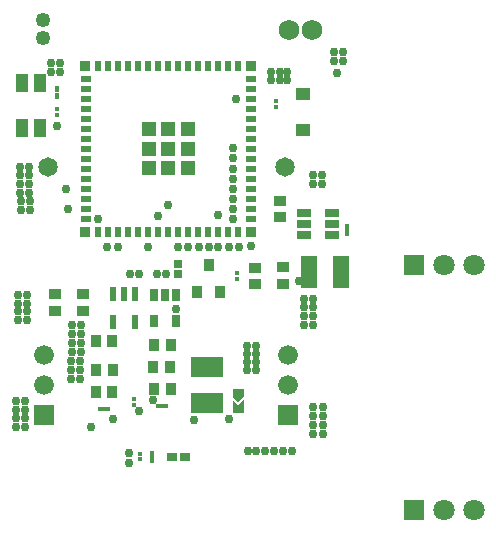
<source format=gbs>
G04*
G04 #@! TF.GenerationSoftware,Altium Limited,Altium Designer,24.2.2 (26)*
G04*
G04 Layer_Color=16711935*
%FSLAX44Y44*%
%MOMM*%
G71*
G04*
G04 #@! TF.SameCoordinates,B64C3CBE-EE26-4C86-9773-21E75D238B38*
G04*
G04*
G04 #@! TF.FilePolarity,Negative*
G04*
G01*
G75*
%ADD20R,0.4256X0.4047*%
%ADD28C,1.7500*%
%ADD29R,1.8016X1.8016*%
%ADD30C,1.8016*%
%ADD31C,1.6764*%
%ADD32R,1.6764X1.6764*%
%ADD33C,1.2516*%
%ADD34C,1.6500*%
%ADD35C,0.7500*%
%ADD68R,1.3016X1.1016*%
%ADD69R,1.0016X1.6016*%
%ADD70R,0.9016X1.1016*%
%ADD71R,0.8917X0.6416*%
%ADD72R,0.9000X0.5000*%
%ADD73R,0.5000X0.9000*%
%ADD74R,0.9000X0.9000*%
%ADD75R,1.3000X1.3000*%
%ADD76R,1.2000X0.6500*%
%ADD77R,1.4016X2.8216*%
%ADD78R,0.5916X1.2586*%
%ADD79R,0.5916X1.2766*%
%ADD80R,2.8016X1.7366*%
%ADD81R,1.0016X0.9016*%
%ADD82R,0.7000X1.1000*%
%ADD83R,0.9016X1.0016*%
%ADD84R,0.6416X0.6673*%
%ADD85R,0.4256X0.4700*%
%ADD86R,0.4700X0.4256*%
G36*
X239759Y149673D02*
X235187Y145482D01*
X230615Y149673D01*
Y157039D01*
X239759D01*
Y149673D01*
D02*
G37*
G36*
X239760Y136737D02*
X230616D01*
Y147786D01*
X235188Y143595D01*
X239760Y147786D01*
Y136737D01*
D02*
G37*
D20*
X233934Y250185D02*
D03*
Y255016D02*
D03*
X266954Y395857D02*
D03*
Y400687D02*
D03*
X81788Y393451D02*
D03*
Y388620D02*
D03*
X151638Y97153D02*
D03*
Y101983D02*
D03*
X147066Y143126D02*
D03*
Y147957D02*
D03*
D28*
X277876Y460756D02*
D03*
X297876D02*
D03*
D29*
X383794Y261874D02*
D03*
Y54610D02*
D03*
D30*
X409194Y261874D02*
D03*
X434594D02*
D03*
X409194Y54610D02*
D03*
X434594D02*
D03*
D31*
X277622Y185166D02*
D03*
Y159766D02*
D03*
X70612Y185166D02*
D03*
Y159766D02*
D03*
D32*
X277622Y134366D02*
D03*
X70612D02*
D03*
D33*
X69596Y454273D02*
D03*
Y469271D02*
D03*
D34*
X274574Y344678D02*
D03*
X74422D02*
D03*
D35*
X287020Y247904D02*
D03*
X76454Y425450D02*
D03*
X84074D02*
D03*
Y432816D02*
D03*
X76454D02*
D03*
X47244Y138938D02*
D03*
X54864D02*
D03*
Y146304D02*
D03*
X47244D02*
D03*
Y124714D02*
D03*
X54864D02*
D03*
Y132080D02*
D03*
X47244D02*
D03*
X49022Y228854D02*
D03*
X56642D02*
D03*
Y236220D02*
D03*
X49022D02*
D03*
X298704Y126492D02*
D03*
Y118618D02*
D03*
X298675Y134183D02*
D03*
Y141803D02*
D03*
X306832Y141732D02*
D03*
Y134112D02*
D03*
Y118364D02*
D03*
Y126238D02*
D03*
X93726Y165354D02*
D03*
X101346D02*
D03*
X93726Y172466D02*
D03*
X101346D02*
D03*
X93726Y180340D02*
D03*
X101346D02*
D03*
X273050Y104394D02*
D03*
X280670D02*
D03*
X257556D02*
D03*
X265176D02*
D03*
X243332D02*
D03*
X250190D02*
D03*
X166624Y254000D02*
D03*
X174244D02*
D03*
X143510Y254254D02*
D03*
X151130D02*
D03*
X94488Y195580D02*
D03*
X102108D02*
D03*
Y188214D02*
D03*
X94488D02*
D03*
X49022Y222504D02*
D03*
X56642D02*
D03*
Y215138D02*
D03*
X49022D02*
D03*
X94488Y210566D02*
D03*
X102108D02*
D03*
Y203200D02*
D03*
X94488D02*
D03*
X298704Y338074D02*
D03*
X306324D02*
D03*
Y330708D02*
D03*
X298704D02*
D03*
X316230Y441960D02*
D03*
X323850D02*
D03*
Y434594D02*
D03*
X316230D02*
D03*
X276098Y425450D02*
D03*
Y418084D02*
D03*
X262636Y425450D02*
D03*
X270256D02*
D03*
Y418084D02*
D03*
X262636D02*
D03*
X51054Y315722D02*
D03*
X58674D02*
D03*
Y308356D02*
D03*
X51054D02*
D03*
X50800Y330454D02*
D03*
X58420D02*
D03*
Y323088D02*
D03*
X50800D02*
D03*
X50546Y344932D02*
D03*
X58166D02*
D03*
Y337566D02*
D03*
X50546D02*
D03*
X290576Y218694D02*
D03*
X298196D02*
D03*
Y211328D02*
D03*
X290576D02*
D03*
Y233172D02*
D03*
X298196D02*
D03*
Y225806D02*
D03*
X290576D02*
D03*
X242570Y172466D02*
D03*
X250190D02*
D03*
X242570Y179324D02*
D03*
X250190D02*
D03*
X242570Y186182D02*
D03*
X250190D02*
D03*
Y193548D02*
D03*
X242570D02*
D03*
X182626Y224282D02*
D03*
X162814Y147828D02*
D03*
X151384Y137922D02*
D03*
X245872Y277622D02*
D03*
X217932Y304292D02*
D03*
X233172Y402590D02*
D03*
X175768Y312166D02*
D03*
X81788Y379222D02*
D03*
X197696Y130302D02*
D03*
X231140Y361188D02*
D03*
X90797Y308845D02*
D03*
X116840Y300482D02*
D03*
X124460Y276606D02*
D03*
X129286Y131572D02*
D03*
X110490Y124460D02*
D03*
X133350Y276606D02*
D03*
X158496D02*
D03*
X183896D02*
D03*
X193040D02*
D03*
X201930D02*
D03*
X210312D02*
D03*
X218186D02*
D03*
X227330D02*
D03*
X235712D02*
D03*
X231140Y300736D02*
D03*
Y309372D02*
D03*
X227696Y131572D02*
D03*
X231140Y326136D02*
D03*
Y317500D02*
D03*
Y343154D02*
D03*
Y352044D02*
D03*
Y334518D02*
D03*
X143002Y94408D02*
D03*
X142879Y102256D02*
D03*
X167132Y303276D02*
D03*
X318770Y424434D02*
D03*
X89408Y326390D02*
D03*
D68*
X289814Y375661D02*
D03*
Y406659D02*
D03*
D69*
X51935Y377749D02*
D03*
Y415747D02*
D03*
X66937D02*
D03*
Y377749D02*
D03*
D70*
X200558Y238944D02*
D03*
X210058Y261944D02*
D03*
X219558Y238944D02*
D03*
D71*
X190363Y99314D02*
D03*
X179461D02*
D03*
D72*
X245618Y419555D02*
D03*
Y411056D02*
D03*
Y402554D02*
D03*
Y394056D02*
D03*
Y385554D02*
D03*
Y377055D02*
D03*
Y368554D02*
D03*
Y360055D02*
D03*
Y351556D02*
D03*
Y343055D02*
D03*
Y334556D02*
D03*
Y326055D02*
D03*
Y317556D02*
D03*
Y309055D02*
D03*
Y300556D02*
D03*
X106116D02*
D03*
Y309055D02*
D03*
Y317556D02*
D03*
Y326055D02*
D03*
Y334556D02*
D03*
Y343055D02*
D03*
Y351556D02*
D03*
Y360055D02*
D03*
Y368554D02*
D03*
Y377055D02*
D03*
Y385554D02*
D03*
Y394056D02*
D03*
Y402554D02*
D03*
Y411056D02*
D03*
Y419555D02*
D03*
D73*
X235367Y289804D02*
D03*
X226868D02*
D03*
X218366D02*
D03*
X209867D02*
D03*
X201366D02*
D03*
X192867D02*
D03*
X184366D02*
D03*
X175867D02*
D03*
X167368D02*
D03*
X158867D02*
D03*
X150368D02*
D03*
X141867D02*
D03*
X133368D02*
D03*
X124866D02*
D03*
X116368D02*
D03*
Y430304D02*
D03*
X124866D02*
D03*
X133368D02*
D03*
X141867D02*
D03*
X150368D02*
D03*
X158867D02*
D03*
X167368D02*
D03*
X175867D02*
D03*
X184366D02*
D03*
X192867D02*
D03*
X201366D02*
D03*
X209867D02*
D03*
X218366D02*
D03*
X226868D02*
D03*
X235367D02*
D03*
D74*
X245867Y430055D02*
D03*
X105867D02*
D03*
X245867Y290055D02*
D03*
X105867D02*
D03*
D75*
X192367Y376555D02*
D03*
X175867D02*
D03*
X159367D02*
D03*
X192367Y360055D02*
D03*
X175867D02*
D03*
X159367D02*
D03*
X192367Y343555D02*
D03*
X175867D02*
D03*
X159367D02*
D03*
D76*
X314767Y286918D02*
D03*
Y296418D02*
D03*
Y305918D02*
D03*
X290769D02*
D03*
Y296418D02*
D03*
Y286918D02*
D03*
D77*
X322364Y255778D02*
D03*
X295364D02*
D03*
D78*
X129184Y236835D02*
D03*
X138684D02*
D03*
X148184D02*
D03*
D79*
Y213761D02*
D03*
X129184D02*
D03*
D80*
X208788Y145100D02*
D03*
Y175448D02*
D03*
D81*
X249174Y259364D02*
D03*
Y245364D02*
D03*
X270510Y316117D02*
D03*
Y302119D02*
D03*
X272796Y259730D02*
D03*
Y245730D02*
D03*
X104140Y236870D02*
D03*
Y222870D02*
D03*
X80264Y237124D02*
D03*
Y223124D02*
D03*
D82*
X163474Y214551D02*
D03*
X182474D02*
D03*
X163474Y236553D02*
D03*
X182474D02*
D03*
X172974D02*
D03*
D83*
X164196Y193802D02*
D03*
X178196D02*
D03*
X177941Y156718D02*
D03*
X163943D02*
D03*
X114780Y172974D02*
D03*
X128778D02*
D03*
X114667Y154432D02*
D03*
X128665D02*
D03*
X177433Y175260D02*
D03*
X163435D02*
D03*
X128666Y197104D02*
D03*
X114666D02*
D03*
D84*
X184150Y262402D02*
D03*
Y253746D02*
D03*
D85*
X161798Y102057D02*
D03*
Y96571D02*
D03*
X81534Y404927D02*
D03*
Y410413D02*
D03*
X327660Y288595D02*
D03*
Y294081D02*
D03*
D86*
X167894Y141986D02*
D03*
X173380D02*
D03*
X124155Y139954D02*
D03*
X118669D02*
D03*
M02*

</source>
